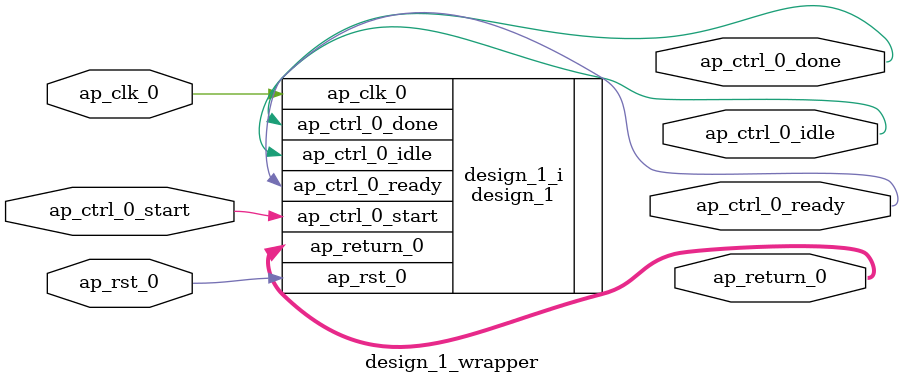
<source format=v>
`timescale 1 ps / 1 ps

module design_1_wrapper
   (ap_clk_0,
    ap_ctrl_0_done,
    ap_ctrl_0_idle,
    ap_ctrl_0_ready,
    ap_ctrl_0_start,
    ap_return_0,
    ap_rst_0);
  input ap_clk_0;
  output ap_ctrl_0_done;
  output ap_ctrl_0_idle;
  output ap_ctrl_0_ready;
  input ap_ctrl_0_start;
  output [31:0]ap_return_0;
  input ap_rst_0;

  wire ap_clk_0;
  wire ap_ctrl_0_done;
  wire ap_ctrl_0_idle;
  wire ap_ctrl_0_ready;
  wire ap_ctrl_0_start;
  wire [31:0]ap_return_0;
  wire ap_rst_0;

  design_1 design_1_i
       (.ap_clk_0(ap_clk_0),
        .ap_ctrl_0_done(ap_ctrl_0_done),
        .ap_ctrl_0_idle(ap_ctrl_0_idle),
        .ap_ctrl_0_ready(ap_ctrl_0_ready),
        .ap_ctrl_0_start(ap_ctrl_0_start),
        .ap_return_0(ap_return_0),
        .ap_rst_0(ap_rst_0));
endmodule

</source>
